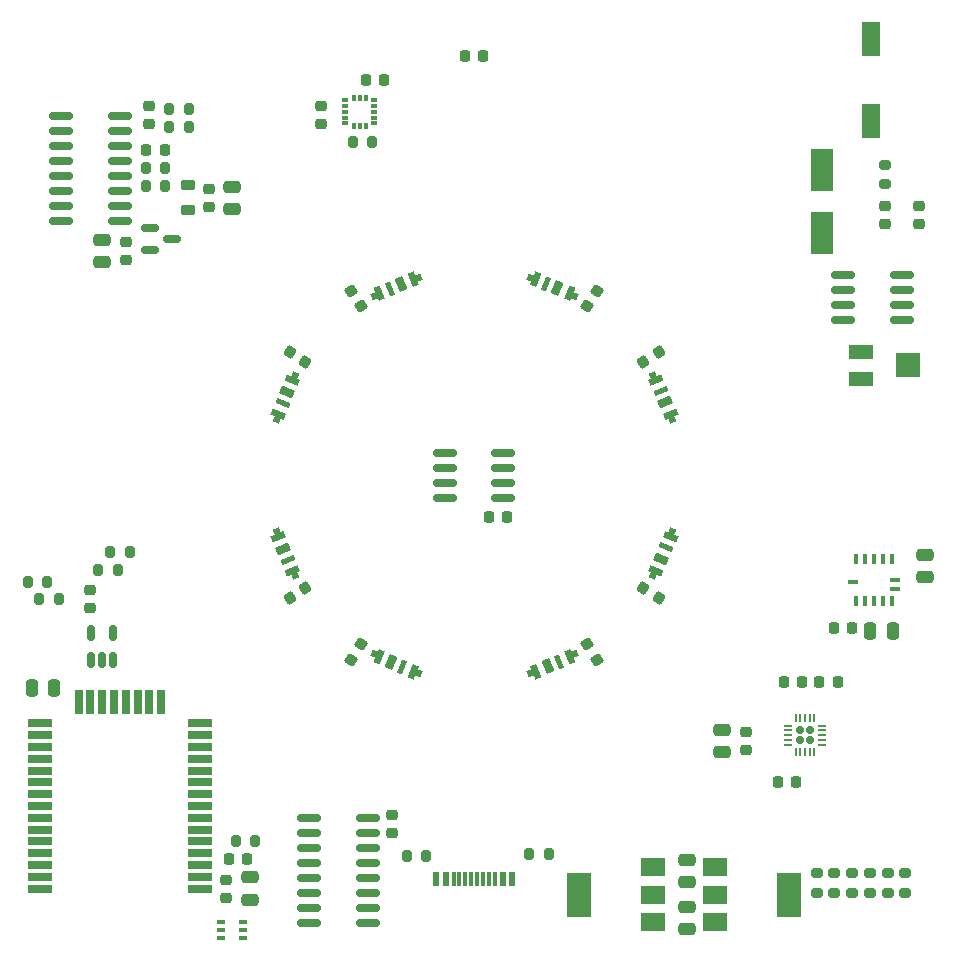
<source format=gbr>
%TF.GenerationSoftware,KiCad,Pcbnew,(6.0.10)*%
%TF.CreationDate,2023-01-22T12:58:48+02:00*%
%TF.ProjectId,view_base,76696577-5f62-4617-9365-2e6b69636164,rev?*%
%TF.SameCoordinates,Original*%
%TF.FileFunction,Paste,Top*%
%TF.FilePolarity,Positive*%
%FSLAX46Y46*%
G04 Gerber Fmt 4.6, Leading zero omitted, Abs format (unit mm)*
G04 Created by KiCad (PCBNEW (6.0.10)) date 2023-01-22 12:58:48*
%MOMM*%
%LPD*%
G01*
G04 APERTURE LIST*
G04 Aperture macros list*
%AMRoundRect*
0 Rectangle with rounded corners*
0 $1 Rounding radius*
0 $2 $3 $4 $5 $6 $7 $8 $9 X,Y pos of 4 corners*
0 Add a 4 corners polygon primitive as box body*
4,1,4,$2,$3,$4,$5,$6,$7,$8,$9,$2,$3,0*
0 Add four circle primitives for the rounded corners*
1,1,$1+$1,$2,$3*
1,1,$1+$1,$4,$5*
1,1,$1+$1,$6,$7*
1,1,$1+$1,$8,$9*
0 Add four rect primitives between the rounded corners*
20,1,$1+$1,$2,$3,$4,$5,0*
20,1,$1+$1,$4,$5,$6,$7,0*
20,1,$1+$1,$6,$7,$8,$9,0*
20,1,$1+$1,$8,$9,$2,$3,0*%
%AMRotRect*
0 Rectangle, with rotation*
0 The origin of the aperture is its center*
0 $1 length*
0 $2 width*
0 $3 Rotation angle, in degrees counterclockwise*
0 Add horizontal line*
21,1,$1,$2,0,0,$3*%
%AMFreePoly0*
4,1,9,0.499999,-0.675000,-0.050000,-0.675000,-0.050000,-0.275000,-0.500000,-0.275000,-0.500000,0.275000,-0.050000,0.275000,-0.050000,0.525000,0.500000,0.525000,0.499999,-0.675000,0.499999,-0.675000,$1*%
%AMFreePoly1*
4,1,9,0.050000,0.275000,0.500000,0.275000,0.500000,-0.275000,0.050000,-0.275000,0.050000,-0.675000,-0.500000,-0.675000,-0.500000,0.525000,0.050000,0.525000,0.050000,0.275000,0.050000,0.275000,$1*%
G04 Aperture macros list end*
%ADD10R,1.850000X3.600000*%
%ADD11R,0.600000X0.300000*%
%ADD12R,0.300000X0.600000*%
%ADD13R,0.805000X0.400000*%
%ADD14R,0.350000X0.805000*%
%ADD15R,1.600000X2.900000*%
%ADD16R,2.000000X1.300000*%
%ADD17R,2.000000X2.000000*%
%ADD18RoundRect,0.225000X-0.250000X0.225000X-0.250000X-0.225000X0.250000X-0.225000X0.250000X0.225000X0*%
%ADD19RoundRect,0.150000X0.825000X0.150000X-0.825000X0.150000X-0.825000X-0.150000X0.825000X-0.150000X0*%
%ADD20RoundRect,0.200000X-0.275000X0.200000X-0.275000X-0.200000X0.275000X-0.200000X0.275000X0.200000X0*%
%ADD21R,0.600000X1.160000*%
%ADD22R,0.300000X1.160000*%
%ADD23RoundRect,0.225000X0.250000X-0.225000X0.250000X0.225000X-0.250000X0.225000X-0.250000X-0.225000X0*%
%ADD24RoundRect,0.225000X-0.225000X-0.250000X0.225000X-0.250000X0.225000X0.250000X-0.225000X0.250000X0*%
%ADD25RoundRect,0.225000X0.225000X0.250000X-0.225000X0.250000X-0.225000X-0.250000X0.225000X-0.250000X0*%
%ADD26RoundRect,0.250000X0.250000X0.475000X-0.250000X0.475000X-0.250000X-0.475000X0.250000X-0.475000X0*%
%ADD27RoundRect,0.250000X0.475000X-0.250000X0.475000X0.250000X-0.475000X0.250000X-0.475000X-0.250000X0*%
%ADD28R,2.000000X1.500000*%
%ADD29R,2.000000X3.800000*%
%ADD30RoundRect,0.200000X0.200000X0.275000X-0.200000X0.275000X-0.200000X-0.275000X0.200000X-0.275000X0*%
%ADD31RoundRect,0.225000X0.082580X-0.326045X0.332913X0.047898X-0.082580X0.326045X-0.332913X-0.047898X0*%
%ADD32FreePoly0,337.500000*%
%ADD33RotRect,0.700000X1.200000X337.500000*%
%ADD34RotRect,0.450000X1.200000X337.500000*%
%ADD35FreePoly1,337.500000*%
%ADD36RoundRect,0.225000X-0.048479X-0.332829X0.325901X-0.083149X0.048479X0.332829X-0.325901X0.083149X0*%
%ADD37FreePoly0,292.500000*%
%ADD38RotRect,0.700000X1.200000X292.500000*%
%ADD39RotRect,0.450000X1.200000X292.500000*%
%ADD40FreePoly1,292.500000*%
%ADD41RoundRect,0.200000X-0.200000X-0.275000X0.200000X-0.275000X0.200000X0.275000X-0.200000X0.275000X0*%
%ADD42R,2.100000X0.700000*%
%ADD43R,0.700000X2.100000*%
%ADD44RoundRect,0.250000X-0.475000X0.250000X-0.475000X-0.250000X0.475000X-0.250000X0.475000X0.250000X0*%
%ADD45RoundRect,0.150000X-0.587500X-0.150000X0.587500X-0.150000X0.587500X0.150000X-0.587500X0.150000X0*%
%ADD46R,0.650000X0.400000*%
%ADD47RoundRect,0.150000X-0.825000X-0.150000X0.825000X-0.150000X0.825000X0.150000X-0.825000X0.150000X0*%
%ADD48RoundRect,0.150000X0.150000X-0.512500X0.150000X0.512500X-0.150000X0.512500X-0.150000X-0.512500X0*%
%ADD49RoundRect,0.225000X-0.332829X0.048479X-0.083149X-0.325901X0.332829X-0.048479X0.083149X0.325901X0*%
%ADD50FreePoly0,202.500000*%
%ADD51RotRect,0.700000X1.200000X202.500000*%
%ADD52RotRect,0.450000X1.200000X202.500000*%
%ADD53FreePoly1,202.500000*%
%ADD54FreePoly0,247.500000*%
%ADD55RotRect,0.700000X1.200000X247.500000*%
%ADD56RotRect,0.450000X1.200000X247.500000*%
%ADD57FreePoly1,247.500000*%
%ADD58RoundRect,0.225000X-0.326045X-0.082580X0.047898X-0.332913X0.326045X0.082580X-0.047898X0.332913X0*%
%ADD59RoundRect,0.218750X-0.381250X0.218750X-0.381250X-0.218750X0.381250X-0.218750X0.381250X0.218750X0*%
%ADD60RoundRect,0.150000X0.150000X-0.150000X0.150000X0.150000X-0.150000X0.150000X-0.150000X-0.150000X0*%
%ADD61RoundRect,0.050000X0.050000X-0.300000X0.050000X0.300000X-0.050000X0.300000X-0.050000X-0.300000X0*%
%ADD62RoundRect,0.050000X0.300000X-0.050000X0.300000X0.050000X-0.300000X0.050000X-0.300000X-0.050000X0*%
%ADD63RoundRect,0.225000X0.048479X0.332829X-0.325901X0.083149X-0.048479X-0.332829X0.325901X-0.083149X0*%
%ADD64FreePoly0,112.500000*%
%ADD65RotRect,0.700000X1.200000X112.500000*%
%ADD66RotRect,0.450000X1.200000X112.500000*%
%ADD67FreePoly1,112.500000*%
%ADD68RoundRect,0.225000X0.332829X-0.048479X0.083149X0.325901X-0.332829X0.048479X-0.083149X-0.325901X0*%
%ADD69RoundRect,0.225000X-0.082580X0.326045X-0.332913X-0.047898X0.082580X-0.326045X0.332913X0.047898X0*%
%ADD70FreePoly0,157.500000*%
%ADD71RotRect,0.700000X1.200000X157.500000*%
%ADD72RotRect,0.450000X1.200000X157.500000*%
%ADD73FreePoly1,157.500000*%
%ADD74FreePoly0,67.500000*%
%ADD75RotRect,0.700000X1.200000X67.500000*%
%ADD76RotRect,0.450000X1.200000X67.500000*%
%ADD77FreePoly1,67.500000*%
%ADD78RoundRect,0.225000X0.326045X0.082580X-0.047898X0.332913X-0.326045X-0.082580X0.047898X-0.332913X0*%
%ADD79FreePoly0,22.500000*%
%ADD80RotRect,0.700000X1.200000X22.500000*%
%ADD81RotRect,0.450000X1.200000X22.500000*%
%ADD82FreePoly1,22.500000*%
G04 APERTURE END LIST*
D10*
%TO.C,C37*%
X129413000Y-74185000D03*
X129413000Y-79485000D03*
%TD*%
D11*
%TO.C,AC1*%
X89097000Y-68215000D03*
X89097000Y-68715000D03*
X89097000Y-69215000D03*
X89097000Y-69715000D03*
X89097000Y-70215000D03*
D12*
X89797000Y-70415000D03*
X90297000Y-70415000D03*
X90797000Y-70415000D03*
D11*
X91497000Y-70215000D03*
X91497000Y-69715000D03*
X91497000Y-69215000D03*
X91497000Y-68715000D03*
X91497000Y-68215000D03*
D12*
X90797000Y-68015000D03*
X90297000Y-68015000D03*
X89797000Y-68015000D03*
%TD*%
D13*
%TO.C,U11*%
X135630000Y-108839000D03*
X132086000Y-109014000D03*
D14*
X132358000Y-107067000D03*
X133108000Y-107067000D03*
X133858000Y-107067000D03*
X134608000Y-107067000D03*
X135358000Y-107067000D03*
D13*
X135630000Y-109639000D03*
D14*
X135358000Y-110611000D03*
X134608000Y-110611000D03*
X133858000Y-110611000D03*
X133108000Y-110611000D03*
X132358000Y-110611000D03*
%TD*%
D15*
%TO.C,LS1*%
X133604000Y-69998000D03*
X133604000Y-63098000D03*
%TD*%
D16*
%TO.C,R19*%
X132747000Y-91828000D03*
D17*
X136747000Y-90678000D03*
D16*
X132747000Y-89528000D03*
%TD*%
D18*
%TO.C,C35*%
X137668000Y-77203000D03*
X137668000Y-78753000D03*
%TD*%
%TO.C,C36*%
X134747000Y-77203000D03*
X134747000Y-78753000D03*
%TD*%
D19*
%TO.C,U10*%
X136206000Y-86868000D03*
X136206000Y-85598000D03*
X136206000Y-84328000D03*
X136206000Y-83058000D03*
X131256000Y-83058000D03*
X131256000Y-84328000D03*
X131256000Y-85598000D03*
X131256000Y-86868000D03*
%TD*%
D20*
%TO.C,R20*%
X134747000Y-73724000D03*
X134747000Y-75374000D03*
%TD*%
D21*
%TO.C,J2*%
X96800000Y-134142000D03*
X97600000Y-134142000D03*
D22*
X98750000Y-134142000D03*
X99750000Y-134142000D03*
X100250000Y-134142000D03*
X101250000Y-134142000D03*
D21*
X102400000Y-134142000D03*
X103200000Y-134142000D03*
X103200000Y-134142000D03*
X102400000Y-134142000D03*
D22*
X101750000Y-134142000D03*
X100750000Y-134142000D03*
X99250000Y-134142000D03*
X98250000Y-134142000D03*
D21*
X97600000Y-134142000D03*
X96800000Y-134142000D03*
%TD*%
D23*
%TO.C,C30*%
X86995000Y-70244000D03*
X86995000Y-68694000D03*
%TD*%
D24*
%TO.C,C31*%
X90792000Y-66548000D03*
X92342000Y-66548000D03*
%TD*%
D25*
%TO.C,C33*%
X130416000Y-112903000D03*
X131966000Y-112903000D03*
%TD*%
D26*
%TO.C,C32*%
X135443000Y-113157000D03*
X133543000Y-113157000D03*
%TD*%
D27*
%TO.C,C34*%
X138176000Y-108646000D03*
X138176000Y-106746000D03*
%TD*%
D28*
%TO.C,U9*%
X115150000Y-137800000D03*
D29*
X108850000Y-135500000D03*
D28*
X115150000Y-135500000D03*
X115150000Y-133200000D03*
%TD*%
%TO.C,U6*%
X120350000Y-133200000D03*
D29*
X126650000Y-135500000D03*
D28*
X120350000Y-135500000D03*
X120350000Y-137800000D03*
%TD*%
D30*
%TO.C,R18*%
X89726000Y-71755000D03*
X91376000Y-71755000D03*
%TD*%
D31*
%TO.C,C2*%
X89568871Y-115611013D03*
X90431129Y-114322987D03*
%TD*%
D32*
%TO.C,D2*%
X91735336Y-115248051D03*
D33*
X92953872Y-115833965D03*
D34*
X93900849Y-116226215D03*
D35*
X95061302Y-116625711D03*
%TD*%
D36*
%TO.C,C1*%
X84388236Y-110430004D03*
X85677764Y-109569996D03*
%TD*%
D37*
%TO.C,D1*%
X83374000Y-104938000D03*
D38*
X83821332Y-106213938D03*
D39*
X84213582Y-107160915D03*
D40*
X84751660Y-108263966D03*
%TD*%
D30*
%TO.C,R1*%
X94298000Y-132207000D03*
X95948000Y-132207000D03*
%TD*%
D41*
%TO.C,R2*%
X104675000Y-132080000D03*
X106325000Y-132080000D03*
%TD*%
D42*
%TO.C,U2*%
X76800000Y-135000000D03*
X76800000Y-134000000D03*
X76800000Y-133000000D03*
X76800000Y-132000000D03*
X76800000Y-131000000D03*
X76800000Y-130000000D03*
X76800000Y-129000000D03*
X76800000Y-128000000D03*
X76800000Y-127000000D03*
X76800000Y-126000000D03*
X76800000Y-125000000D03*
X76800000Y-124000000D03*
X76800000Y-123000000D03*
X76800000Y-122000000D03*
X76800000Y-121000000D03*
D43*
X73500000Y-119200000D03*
X72500000Y-119200000D03*
X71500000Y-119200000D03*
X70500000Y-119200000D03*
X69500000Y-119200000D03*
X68500000Y-119200000D03*
X67500000Y-119200000D03*
X66500000Y-119200000D03*
D42*
X63200000Y-121000000D03*
X63200000Y-122000000D03*
X63200000Y-123000000D03*
X63200000Y-124000000D03*
X63200000Y-125000000D03*
X63200000Y-126000000D03*
X63200000Y-127000000D03*
X63200000Y-128000000D03*
X63200000Y-129000000D03*
X63200000Y-130000000D03*
X63200000Y-131000000D03*
X63200000Y-132000000D03*
X63200000Y-133000000D03*
X63200000Y-134000000D03*
X63200000Y-135000000D03*
%TD*%
D18*
%TO.C,C11*%
X93000000Y-128765000D03*
X93000000Y-130315000D03*
%TD*%
D44*
%TO.C,C13*%
X121000000Y-121550000D03*
X121000000Y-123450000D03*
%TD*%
D18*
%TO.C,C14*%
X123000000Y-121725000D03*
X123000000Y-123275000D03*
%TD*%
D24*
%TO.C,C15*%
X125725000Y-126000000D03*
X127275000Y-126000000D03*
%TD*%
D44*
%TO.C,C16*%
X68500000Y-80050000D03*
X68500000Y-81950000D03*
%TD*%
D24*
%TO.C,C17*%
X129225000Y-117500000D03*
X130775000Y-117500000D03*
%TD*%
D27*
%TO.C,C18*%
X79500000Y-77450000D03*
X79500000Y-75550000D03*
%TD*%
D25*
%TO.C,C22*%
X73775000Y-72500000D03*
X72225000Y-72500000D03*
%TD*%
D45*
%TO.C,Q1*%
X72562500Y-79050000D03*
X72562500Y-80950000D03*
X74437500Y-80000000D03*
%TD*%
D41*
%TO.C,R4*%
X72175000Y-74000000D03*
X73825000Y-74000000D03*
%TD*%
%TO.C,R5*%
X74175000Y-70500000D03*
X75825000Y-70500000D03*
%TD*%
D26*
%TO.C,C26*%
X64450000Y-118000000D03*
X62550000Y-118000000D03*
%TD*%
D46*
%TO.C,Q2*%
X78550000Y-137850000D03*
X78550000Y-138500000D03*
X78550000Y-139150000D03*
X80450000Y-139150000D03*
X80450000Y-138500000D03*
X80450000Y-137850000D03*
%TD*%
D47*
%TO.C,U3*%
X86025000Y-129055000D03*
X86025000Y-130325000D03*
X86025000Y-131595000D03*
X86025000Y-132865000D03*
X86025000Y-134135000D03*
X86025000Y-135405000D03*
X86025000Y-136675000D03*
X86025000Y-137945000D03*
X90975000Y-137945000D03*
X90975000Y-136675000D03*
X90975000Y-135405000D03*
X90975000Y-134135000D03*
X90975000Y-132865000D03*
X90975000Y-131595000D03*
X90975000Y-130325000D03*
X90975000Y-129055000D03*
%TD*%
D18*
%TO.C,C12*%
X70500000Y-80225000D03*
X70500000Y-81775000D03*
%TD*%
D48*
%TO.C,U7*%
X67550000Y-115637500D03*
X68500000Y-115637500D03*
X69450000Y-115637500D03*
X69450000Y-113362500D03*
X67550000Y-113362500D03*
%TD*%
D49*
%TO.C,C7*%
X89569996Y-84388236D03*
X90430004Y-85677764D03*
%TD*%
D50*
%TO.C,D7*%
X95062000Y-83374000D03*
D51*
X93786062Y-83821332D03*
D52*
X92839085Y-84213582D03*
D53*
X91736034Y-84751660D03*
%TD*%
D54*
%TO.C,D8*%
X84751949Y-91735336D03*
D55*
X84166035Y-92953872D03*
D56*
X83773785Y-93900849D03*
D57*
X83374289Y-95061302D03*
%TD*%
D58*
%TO.C,C8*%
X84388987Y-89568871D03*
X85677013Y-90431129D03*
%TD*%
D59*
%TO.C,L1*%
X75750000Y-75437500D03*
X75750000Y-77562500D03*
%TD*%
D60*
%TO.C,U5*%
X128410000Y-121590000D03*
X127590000Y-121590000D03*
X128410000Y-122410000D03*
X127590000Y-122410000D03*
D61*
X127200000Y-123450000D03*
X127600000Y-123450000D03*
X128000000Y-123450000D03*
X128400000Y-123450000D03*
X128800000Y-123450000D03*
D62*
X129450000Y-122800000D03*
X129450000Y-122400000D03*
X129450000Y-122000000D03*
X129450000Y-121600000D03*
X129450000Y-121200000D03*
D61*
X128800000Y-120550000D03*
X128400000Y-120550000D03*
X128000000Y-120550000D03*
X127600000Y-120550000D03*
X127200000Y-120550000D03*
D62*
X126550000Y-121200000D03*
X126550000Y-121600000D03*
X126550000Y-122000000D03*
X126550000Y-122400000D03*
X126550000Y-122800000D03*
%TD*%
D25*
%TO.C,C27*%
X100775000Y-64500000D03*
X99225000Y-64500000D03*
%TD*%
%TO.C,C21*%
X127775000Y-117500000D03*
X126225000Y-117500000D03*
%TD*%
D30*
%TO.C,R16*%
X70825000Y-106500000D03*
X69175000Y-106500000D03*
%TD*%
D19*
%TO.C,U1*%
X102475000Y-101905000D03*
X102475000Y-100635000D03*
X102475000Y-99365000D03*
X102475000Y-98095000D03*
X97525000Y-98095000D03*
X97525000Y-99365000D03*
X97525000Y-100635000D03*
X97525000Y-101905000D03*
%TD*%
D25*
%TO.C,C20*%
X102775000Y-103500000D03*
X101225000Y-103500000D03*
%TD*%
D23*
%TO.C,C29*%
X67500000Y-111275000D03*
X67500000Y-109725000D03*
%TD*%
D41*
%TO.C,R15*%
X68175000Y-108000000D03*
X69825000Y-108000000D03*
%TD*%
D30*
%TO.C,R14*%
X64825000Y-110500000D03*
X63175000Y-110500000D03*
%TD*%
%TO.C,R13*%
X63825000Y-109000000D03*
X62175000Y-109000000D03*
%TD*%
D19*
%TO.C,U4*%
X69975000Y-78445000D03*
X69975000Y-77175000D03*
X69975000Y-75905000D03*
X69975000Y-74635000D03*
X69975000Y-73365000D03*
X69975000Y-72095000D03*
X69975000Y-70825000D03*
X69975000Y-69555000D03*
X65025000Y-69555000D03*
X65025000Y-70825000D03*
X65025000Y-72095000D03*
X65025000Y-73365000D03*
X65025000Y-74635000D03*
X65025000Y-75905000D03*
X65025000Y-77175000D03*
X65025000Y-78445000D03*
%TD*%
D30*
%TO.C,R6*%
X75825000Y-69000000D03*
X74175000Y-69000000D03*
%TD*%
D23*
%TO.C,C19*%
X77500000Y-77275000D03*
X77500000Y-75725000D03*
%TD*%
D30*
%TO.C,R3*%
X73825000Y-75500000D03*
X72175000Y-75500000D03*
%TD*%
D18*
%TO.C,C23*%
X72500000Y-68725000D03*
X72500000Y-70275000D03*
%TD*%
D20*
%TO.C,R7*%
X129000000Y-133675000D03*
X129000000Y-135325000D03*
%TD*%
%TO.C,R8*%
X130500000Y-133675000D03*
X130500000Y-135325000D03*
%TD*%
%TO.C,R12*%
X136500000Y-133675000D03*
X136500000Y-135325000D03*
%TD*%
%TO.C,R9*%
X132000000Y-133675000D03*
X132000000Y-135325000D03*
%TD*%
%TO.C,R10*%
X133500000Y-133675000D03*
X133500000Y-135325000D03*
%TD*%
%TO.C,R11*%
X135000000Y-133675000D03*
X135000000Y-135325000D03*
%TD*%
D30*
%TO.C,R17*%
X81470000Y-131000000D03*
X79820000Y-131000000D03*
%TD*%
D24*
%TO.C,C28*%
X79225000Y-132500000D03*
X80775000Y-132500000D03*
%TD*%
D18*
%TO.C,C25*%
X79000000Y-134225000D03*
X79000000Y-135775000D03*
%TD*%
D27*
%TO.C,C10*%
X118000000Y-138450000D03*
X118000000Y-136550000D03*
%TD*%
D44*
%TO.C,C9*%
X118000000Y-132550000D03*
X118000000Y-134450000D03*
%TD*%
%TO.C,C24*%
X81000000Y-134050000D03*
X81000000Y-135950000D03*
%TD*%
D63*
%TO.C,C5*%
X115611764Y-89569996D03*
X114322236Y-90430004D03*
%TD*%
D64*
%TO.C,D5*%
X116626000Y-95062000D03*
D65*
X116178668Y-93786062D03*
D66*
X115786418Y-92839085D03*
D67*
X115248340Y-91736034D03*
%TD*%
D68*
%TO.C,C3*%
X110430004Y-115611764D03*
X109569996Y-114322236D03*
%TD*%
D69*
%TO.C,C6*%
X110431129Y-84388987D03*
X109568871Y-85677013D03*
%TD*%
D70*
%TO.C,D6*%
X108264664Y-84751949D03*
D71*
X107046128Y-84166035D03*
D72*
X106099151Y-83773785D03*
D73*
X104938698Y-83374289D03*
%TD*%
D74*
%TO.C,D4*%
X115248051Y-108264664D03*
D75*
X115833965Y-107046128D03*
D76*
X116226215Y-106099151D03*
D77*
X116625711Y-104938698D03*
%TD*%
D78*
%TO.C,C4*%
X115611013Y-110431129D03*
X114322987Y-109568871D03*
%TD*%
D79*
%TO.C,D3*%
X104938000Y-116626000D03*
D80*
X106213938Y-116178668D03*
D81*
X107160915Y-115786418D03*
D82*
X108263966Y-115248340D03*
%TD*%
M02*

</source>
